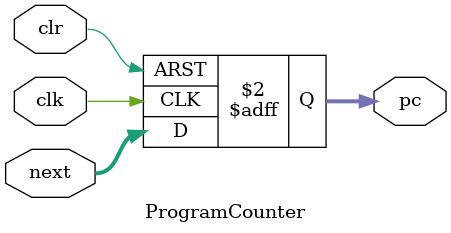
<source format=v>
module ProgramCounter(input clk, input clr, input[31:0] next, output reg[31:0] pc);

    always @(posedge clk, posedge clr)
        if (clr)
            pc = 32'h00003000;
        else
            pc = next;
endmodule
</source>
